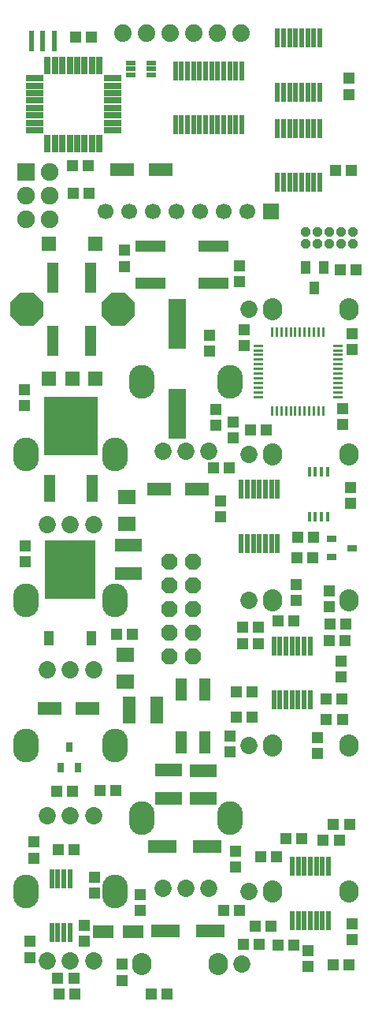
<source format=gbr>
G04 DipTrace 3.0.0.2*
G04 TopMask.gbr*
%MOIN*%
G04 #@! TF.FileFunction,Soldermask,Top*
G04 #@! TF.Part,Single*
%AMOUTLINE0*
4,1,4,
0.051181,0.027559,
-0.051181,0.027559,
-0.051181,-0.027559,
0.051181,-0.027559,
0.051181,0.027559,
0*%
%AMOUTLINE1*
4,1,4,
0.043307,0.027559,
-0.043307,0.027559,
-0.043307,-0.027559,
0.043307,-0.027559,
0.043307,0.027559,
0*%
%AMOUTLINE2*
4,1,4,
-0.059055,-0.027559,
0.059055,-0.027559,
0.059055,0.027559,
-0.059055,0.027559,
-0.059055,-0.027559,
0*%
%AMOUTLINE3*
4,1,4,
0.059055,0.027559,
-0.059055,0.027559,
-0.059055,-0.027559,
0.059055,-0.027559,
0.059055,0.027559,
0*%
%AMOUTLINE4*
4,1,4,
0.019685,-0.01378,
0.019685,0.01378,
-0.019685,0.01378,
-0.019685,-0.01378,
0.019685,-0.01378,
0*%
%AMOUTLINE5*
4,1,4,
0.008071,0.020079,
-0.008071,0.020079,
-0.008071,-0.020079,
0.008071,-0.020079,
0.008071,0.020079,
0*%
%AMOUTLINE6*
4,1,4,
0.019685,0.031496,
-0.019685,0.031496,
-0.019685,-0.031496,
0.019685,-0.031496,
0.019685,0.031496,
0*%
%AMOUTLINE7*
4,1,4,
0.106299,0.122047,
-0.106299,0.122047,
-0.106299,-0.122047,
0.106299,-0.122047,
0.106299,0.122047,
0*%
%AMOUTLINE8*
4,1,4,
0.01378,0.019685,
-0.01378,0.019685,
-0.01378,-0.019685,
0.01378,-0.019685,
0.01378,0.019685,
0*%
%AMOUTLINE9*5,1,8,0,0,0.074,67.500816*%
%AMOUTLINE10*5,1,8,0,0,0.044,-202.498927*%
%AMOUTLINE11*
4,1,4,
-0.038,0.105,
-0.038,-0.105,
0.038,-0.105,
0.038,0.105,
-0.038,0.105,
0*%
%AMOUTLINE12*
4,1,4,
-0.019685,-0.027559,
0.019685,-0.027559,
0.019685,0.027559,
-0.019685,0.027559,
-0.019685,-0.027559,
0*%
%AMOUTLINE13*
4,1,4,
0.035492,-0.031496,
0.035492,0.031496,
-0.035492,0.031496,
-0.035492,-0.031496,
0.035492,-0.031496,
0*%
%AMOUTLINE14*5,1,8,0,0,0.150237,-157.499867*%
%AMOUTLINE15*
4,1,4,
0.023622,-0.062992,
0.023622,0.062992,
-0.023622,0.062992,
-0.023622,-0.062992,
0.023622,-0.062992,
0*%
%AMOUTLINE16*
4,1,4,
0.062992,0.023622,
-0.062992,0.023622,
-0.062992,-0.023622,
0.062992,-0.023622,
0.062992,0.023622,
0*%
%AMOUTLINE17*
4,1,4,
0.019685,-0.005,
0.019685,0.005,
-0.019685,0.005,
-0.019685,-0.005,
0.019685,-0.005,
0*%
%AMOUTLINE18*
4,1,4,
0.005,-0.019685,
0.005,0.019685,
-0.005,0.019685,
-0.005,-0.019685,
0.005,-0.019685,
0*%
%ADD35R,0.066929X0.066929*%
%ADD36C,0.066929*%
%ADD37C,0.074*%
%ADD42R,0.05937X0.05937*%
%ADD64R,0.043307X0.023622*%
%ADD66R,0.023622X0.086614*%
%ADD68R,0.226378X0.25*%
%ADD70R,0.047244X0.116142*%
%ADD72R,0.074803X0.027559*%
%ADD74R,0.027559X0.074803*%
%ADD78O,0.107874X0.142874*%
%ADD80R,0.05315X0.114173*%
%ADD82R,0.114173X0.05315*%
%ADD86C,0.074803*%
%ADD87R,0.074803X0.074803*%
%ADD90C,0.072874*%
%ADD92O,0.082874X0.092874*%
%ADD94R,0.023622X0.07874*%
%ADD96R,0.047244X0.094488*%
%ADD98R,0.051181X0.047244*%
%ADD100R,0.047244X0.051181*%
%ADD108OUTLINE0*%
%ADD109OUTLINE1*%
%ADD110OUTLINE2*%
%ADD111OUTLINE3*%
%ADD112OUTLINE4*%
%ADD113OUTLINE5*%
%ADD114OUTLINE6*%
%ADD115OUTLINE7*%
%ADD116OUTLINE8*%
%ADD117OUTLINE9*%
%ADD118OUTLINE10*%
%ADD119OUTLINE11*%
%ADD120OUTLINE12*%
%ADD121OUTLINE13*%
%ADD122OUTLINE14*%
%ADD123OUTLINE15*%
%ADD124OUTLINE16*%
%ADD125OUTLINE17*%
%ADD126OUTLINE18*%
%FSLAX26Y26*%
G04*
G70*
G90*
G75*
G01*
G04 TopMask*
%LPD*%
D100*
X1302444Y2547631D3*
Y2480702D3*
X476221Y2357794D3*
Y2290865D3*
D98*
X1788160Y3944236D3*
X1855089D3*
D100*
X1357337Y2879340D3*
Y2812411D3*
X1403587Y3268676D3*
Y3201747D3*
X1819704Y2936217D3*
Y2869288D3*
X1844946Y4331820D3*
Y4264891D3*
D98*
X1624624Y2307878D3*
X1691553D3*
D100*
X1255555Y3247750D3*
Y3180820D3*
X1282491Y2865087D3*
Y2932016D3*
X1858347Y3253280D3*
Y3186351D3*
D98*
X1544635Y2039667D3*
X1611565D3*
X1816486Y1710734D3*
X1749557D3*
X1368567Y1634502D3*
X1435496D3*
D108*
X1203700Y2597273D3*
X1042282D3*
D98*
X1764851Y2025763D3*
X1831780D3*
X1461809Y2012229D3*
X1394879D3*
D100*
X1851704Y2536293D3*
Y2603222D3*
D108*
X739612Y1668990D3*
X578194D3*
D100*
X1673223Y580894D3*
Y647823D3*
D98*
X681437Y529328D3*
X614508D3*
D100*
X497832Y685117D3*
Y618188D3*
D98*
X1647659Y1120721D3*
X1580730D3*
D109*
X931894Y725377D3*
X805910D3*
D110*
X1056236Y1087654D3*
X1245213D3*
D98*
X675471Y1319698D3*
X608542D3*
D100*
X511743Y1105167D3*
Y1038238D3*
X727047Y752856D3*
Y685927D3*
D98*
X615179Y1073166D3*
X682108D3*
D111*
X1259567Y730999D3*
X1070591D3*
D98*
X1271660Y2686664D3*
X1338589D3*
D100*
X472676Y3016793D3*
Y2949864D3*
D108*
X1048734Y3947232D3*
X887316D3*
D98*
X689881Y4507173D3*
X756810D3*
X676231Y3963218D3*
X743160D3*
D96*
X1135502Y1526537D3*
X1235502D3*
Y1751340D3*
X1135502D3*
D94*
X1722709Y4120890D3*
X1697118D3*
X1671528D3*
X1645937D3*
X1620347D3*
X1594756D3*
X1569166D3*
X1543575D3*
Y3892536D3*
X1569166Y3892544D3*
X1594756D3*
X1620347D3*
X1645937D3*
X1671528D3*
X1697118D3*
X1722709D3*
X1543567Y4273637D3*
X1569158D3*
X1594748D3*
X1620339D3*
X1645929D3*
X1671520D3*
X1697110D3*
X1722701D3*
Y4501991D3*
X1697110Y4501983D3*
X1671520D3*
X1645929D3*
X1620339D3*
X1594748D3*
X1569158D3*
X1543567D3*
D112*
X1774009Y2385251D3*
Y2310448D3*
X1860624Y2347849D3*
D94*
X1390436Y2366967D3*
X1416026D3*
X1441617D3*
X1467208D3*
X1492798D3*
X1518389D3*
X1543979Y2366975D3*
Y2595314D3*
X1518389D3*
X1492798D3*
X1467208D3*
X1441617D3*
X1416026D3*
X1390436D3*
D113*
X1678061Y2481271D3*
X1703651D3*
X1729242D3*
X1754832D3*
Y2670247D3*
X1729242D3*
X1703651D3*
X1678061D3*
D114*
X576704Y1967965D3*
X756231D3*
D115*
X666467Y2255366D3*
D94*
X1681622Y1934743D3*
X1656032D3*
X1630441D3*
X1604851D3*
X1579260D3*
X1553670D3*
X1528079Y1934735D3*
Y1706397D3*
X1553670D3*
X1579260D3*
X1604851D3*
X1630441D3*
X1656032D3*
X1681622D3*
D116*
X625271Y1418778D3*
X700074D3*
X662672Y1505393D3*
D94*
X1759771Y1003274D3*
X1734180D3*
X1708589D3*
X1682999D3*
X1657408D3*
X1631818D3*
X1606227Y1003267D3*
Y774928D3*
X1631818D3*
X1657408D3*
X1682999D3*
X1708589D3*
X1734180D3*
X1759771D3*
X665387Y951278D3*
X639797D3*
X614206D3*
X588616D3*
Y722932D3*
X614206D3*
X639797D3*
X665387D3*
D92*
X1522587Y2127902D3*
X1847587D3*
D90*
X1422587D3*
D92*
X1522587Y2742902D3*
X1847587D3*
D90*
X1422587D3*
D92*
X1522587Y1512902D3*
X1847587D3*
D90*
X1422587D3*
D92*
X1293002Y590074D3*
X968002D3*
D90*
X1393002D3*
D35*
X1514601Y3769301D3*
D36*
X1414601D3*
X1314601D3*
X1214601D3*
X1114601D3*
X1014601D3*
X914601D3*
X814601D3*
D87*
X479810Y3937828D3*
D86*
X579810D3*
X479810Y3837828D3*
X579810D3*
X479810Y3737828D3*
X579810D3*
D92*
X1522587Y3357953D3*
X1847587D3*
D90*
X1422587D3*
D92*
X1522587Y897902D3*
X1847587D3*
D90*
X1422587D3*
D117*
X1186541Y1890007D3*
X1086541D3*
X1186541Y1990007D3*
X1086541D3*
X1186541Y2090007D3*
X1086541D3*
X1186541Y2190007D3*
X1086541D3*
X1186541Y2290007D3*
X1086541D3*
D118*
X1861580Y3683239D3*
Y3633239D3*
X1811580Y3683239D3*
Y3633239D3*
X1761580Y3683239D3*
Y3633239D3*
X1711580Y3683239D3*
Y3633239D3*
X1661580Y3683239D3*
Y3633239D3*
D37*
X891142Y4524517D3*
X991142D3*
X1091142D3*
X1191142D3*
X1291142D3*
X1391142D3*
D82*
X1230945Y1290038D3*
Y1408149D3*
X1084183Y1290572D3*
Y1408683D3*
X914273Y2241361D3*
Y2359471D3*
D80*
X1032788Y1662314D3*
X914677D3*
D119*
X1119534Y2913364D3*
Y3293364D3*
D120*
X1738353Y3533246D3*
X1700952Y3446631D3*
X1663550Y3533246D3*
D98*
X744979Y3845918D3*
X678050D3*
D121*
X905839Y2563456D3*
Y2451487D3*
D90*
X1254400Y2755423D3*
X1156400Y2755147D3*
X1058400Y2755423D3*
D78*
X969400Y3050423D3*
X1343400D3*
D90*
X765837Y2447902D3*
X667837Y2447626D3*
X569837Y2447902D3*
D78*
X480837Y2742902D3*
X854837D3*
D90*
X765837Y1832902D3*
X667837Y1832626D3*
X569837Y1832902D3*
D78*
X480837Y2127902D3*
X854837D3*
D100*
X897827Y3538315D3*
Y3605244D3*
D98*
X1629740Y2394272D3*
X1696670D3*
D100*
X1623229Y2125131D3*
Y2192061D3*
D98*
X1818049Y1622994D3*
X1751120D3*
X1370070Y1740545D3*
X1436999D3*
X1494900Y2846782D3*
X1427971D3*
D100*
X1713616Y1480324D3*
Y1547253D3*
D98*
X1876927Y3523508D3*
X1809998D3*
D100*
X1861135Y761715D3*
Y694786D3*
D98*
X1516406Y750369D3*
X1449477D3*
D100*
X1341730Y1486544D3*
Y1553473D3*
X1381532Y3539450D3*
Y3472521D3*
D98*
X1763685Y1957336D3*
X1830614D3*
X1461746Y1943738D3*
X1394816D3*
D90*
X765837Y1217902D3*
X667837Y1217626D3*
X569837Y1217902D3*
D78*
X480837Y1512902D3*
X854837D3*
D90*
X1254400Y910402D3*
X1156400Y910126D3*
X1058400Y910402D3*
D78*
X969400Y1205402D3*
X1343400D3*
D90*
X765837Y602902D3*
X667837Y602626D3*
X569837Y602902D3*
D78*
X480837Y897902D3*
X854837D3*
D100*
X1761366Y2165481D3*
Y2098551D3*
D98*
X930175Y1982025D3*
X863246D3*
D100*
X1366923Y1001294D3*
Y1068223D3*
D98*
X1781093Y1178482D3*
X1848023D3*
X1779234Y586849D3*
X1846163D3*
X1613225Y669790D3*
X1546295D3*
X1008065Y464232D3*
X1074994D3*
X618933Y463412D3*
X685862D3*
X1399957Y672167D3*
X1466886D3*
X1384545Y818151D3*
X1317616D3*
D121*
X899852Y1896769D3*
Y1784801D3*
D100*
X770961Y888711D3*
Y955641D3*
D98*
X860415Y1322202D3*
X793486D3*
X1737834Y1112330D3*
X1804763D3*
X1540848Y1042046D3*
X1473919D3*
D100*
X1811769Y1869389D3*
Y1802460D3*
X963862Y817946D3*
Y884876D3*
X886070Y521540D3*
Y588469D3*
D42*
X773427Y3062677D3*
X576576D3*
X675002D3*
X773427Y3633544D3*
X576576D3*
D122*
X867915Y3357953D3*
X482088D3*
D123*
X594230Y3490361D3*
Y3222645D3*
X751710Y3490361D3*
Y3222645D3*
D124*
X1005612Y3466965D3*
X1273328D3*
X1005612Y3624445D3*
X1273328D3*
D74*
X790735Y4388264D3*
X759239D3*
X727743D3*
X696247D3*
X664751D3*
X633255D3*
X601759D3*
X570263D3*
D72*
X515145Y4333146D3*
Y4301650D3*
Y4270154D3*
Y4238658D3*
Y4207162D3*
Y4175666D3*
Y4144170D3*
Y4112673D3*
D74*
X570263Y4057555D3*
X601759D3*
X633255D3*
X664751D3*
X696247D3*
X727743D3*
X759239D3*
X790735D3*
D72*
X845853Y4112673D3*
Y4144170D3*
Y4175666D3*
Y4207162D3*
Y4238658D3*
Y4270154D3*
Y4301650D3*
Y4333146D3*
D94*
X1392744Y4364774D3*
X1367154D3*
X1341563D3*
X1315973D3*
X1290382D3*
X1264792D3*
X1239201D3*
X1213610D3*
X1188020D3*
X1162429D3*
X1136839D3*
X1111248D3*
Y4136420D3*
X1136839Y4136428D3*
X1162429D3*
X1188020D3*
X1213610D3*
X1239201D3*
X1264792D3*
X1290382D3*
X1315973D3*
X1341563D3*
X1367154D3*
X1392744D3*
D70*
X578414Y2600239D3*
X757941D3*
D68*
X668177Y2864019D3*
D66*
X503599Y4491298D3*
X551105D3*
X598612D3*
D64*
X1010612Y4346907D3*
Y4372498D3*
Y4398088D3*
X923998D3*
Y4372498D3*
Y4346907D3*
D125*
X1463550Y3201118D3*
Y3181433D3*
Y3161748D3*
Y3142063D3*
Y3122378D3*
Y3102693D3*
Y3083008D3*
Y3063323D3*
Y3043638D3*
Y3023953D3*
Y3004268D3*
Y2984583D3*
D126*
X1522605Y2925528D3*
X1542290D3*
X1561975D3*
X1581660D3*
X1601345D3*
X1621030D3*
X1640715D3*
X1660400D3*
X1680086D3*
X1699771D3*
X1719456D3*
X1739141D3*
D125*
X1798196Y2984583D3*
Y3004268D3*
Y3023953D3*
Y3043638D3*
Y3063323D3*
Y3083008D3*
Y3102693D3*
Y3122378D3*
Y3142063D3*
Y3161748D3*
Y3181433D3*
Y3201118D3*
D126*
X1739141Y3260173D3*
X1719456D3*
X1699771D3*
X1680086D3*
X1660400D3*
X1640715D3*
X1621030D3*
X1601345D3*
X1581660D3*
X1561975D3*
X1542290D3*
X1522605D3*
M02*

</source>
